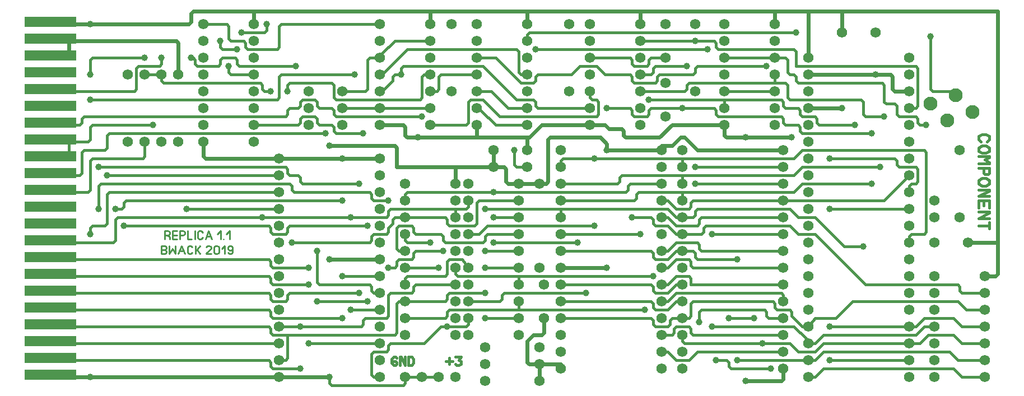
<source format=gbr>
%FSLAX34Y34*%
%MOMM*%
%LNCOPPER_TOP*%
G71*
G01*
%ADD10C,1.560*%
%ADD11C,2.100*%
%ADD12C,1.000*%
%ADD13C,0.630*%
%ADD14C,0.400*%
%ADD15R,7.800X1.600*%
%ADD16C,0.222*%
%LPD*%
X279400Y939800D02*
G54D10*
D03*
X279400Y965200D02*
G54D10*
D03*
X279400Y914400D02*
G54D10*
D03*
X279400Y889000D02*
G54D10*
D03*
X279400Y863600D02*
G54D10*
D03*
X279400Y838200D02*
G54D10*
D03*
X279400Y812800D02*
G54D10*
D03*
X279400Y787400D02*
G54D10*
D03*
X355600Y939800D02*
G54D10*
D03*
X355600Y965200D02*
G54D10*
D03*
X355600Y914400D02*
G54D10*
D03*
X355600Y889000D02*
G54D10*
D03*
X355600Y863600D02*
G54D10*
D03*
X355600Y838200D02*
G54D10*
D03*
X355600Y812800D02*
G54D10*
D03*
X355600Y787400D02*
G54D10*
D03*
X546100Y939800D02*
G54D10*
D03*
X546100Y965200D02*
G54D10*
D03*
X546100Y914400D02*
G54D10*
D03*
X546100Y889000D02*
G54D10*
D03*
X546100Y863600D02*
G54D10*
D03*
X546100Y838200D02*
G54D10*
D03*
X546100Y812800D02*
G54D10*
D03*
X622300Y939800D02*
G54D10*
D03*
X622300Y965200D02*
G54D10*
D03*
X622300Y914400D02*
G54D10*
D03*
X622300Y889000D02*
G54D10*
D03*
X622300Y863600D02*
G54D10*
D03*
X622300Y838200D02*
G54D10*
D03*
X622300Y812800D02*
G54D10*
D03*
X863600Y939800D02*
G54D10*
D03*
X863600Y965200D02*
G54D10*
D03*
X863600Y914400D02*
G54D10*
D03*
X863600Y889000D02*
G54D10*
D03*
X863600Y863600D02*
G54D10*
D03*
X863600Y838200D02*
G54D10*
D03*
X863600Y812800D02*
G54D10*
D03*
X939800Y939800D02*
G54D10*
D03*
X939800Y965200D02*
G54D10*
D03*
X939800Y914400D02*
G54D10*
D03*
X939800Y889000D02*
G54D10*
D03*
X939800Y863600D02*
G54D10*
D03*
X939800Y838200D02*
G54D10*
D03*
X939800Y812800D02*
G54D10*
D03*
X692150Y939800D02*
G54D10*
D03*
X692150Y965200D02*
G54D10*
D03*
X692150Y914400D02*
G54D10*
D03*
X692150Y889000D02*
G54D10*
D03*
X692150Y863600D02*
G54D10*
D03*
X692150Y838200D02*
G54D10*
D03*
X692150Y812800D02*
G54D10*
D03*
X768350Y939800D02*
G54D10*
D03*
X768350Y965200D02*
G54D10*
D03*
X768350Y914400D02*
G54D10*
D03*
X768350Y889000D02*
G54D10*
D03*
X768350Y863600D02*
G54D10*
D03*
X768350Y838200D02*
G54D10*
D03*
X768350Y812800D02*
G54D10*
D03*
X393700Y762000D02*
G54D10*
D03*
X393700Y736600D02*
G54D10*
D03*
X393700Y711200D02*
G54D10*
D03*
X393700Y685800D02*
G54D10*
D03*
X393700Y660400D02*
G54D10*
D03*
X393700Y635000D02*
G54D10*
D03*
X393700Y609600D02*
G54D10*
D03*
X393700Y584200D02*
G54D10*
D03*
X393700Y558800D02*
G54D10*
D03*
X393700Y533400D02*
G54D10*
D03*
X393700Y508000D02*
G54D10*
D03*
X393700Y482600D02*
G54D10*
D03*
X393700Y457200D02*
G54D10*
D03*
X393700Y431800D02*
G54D10*
D03*
X546100Y762000D02*
G54D10*
D03*
X546100Y736600D02*
G54D10*
D03*
X546100Y711200D02*
G54D10*
D03*
X546100Y685800D02*
G54D10*
D03*
X546100Y660400D02*
G54D10*
D03*
X546100Y635000D02*
G54D10*
D03*
X546100Y609600D02*
G54D10*
D03*
X546100Y584200D02*
G54D10*
D03*
X546100Y558800D02*
G54D10*
D03*
X546100Y533400D02*
G54D10*
D03*
X546100Y508000D02*
G54D10*
D03*
X546100Y482600D02*
G54D10*
D03*
X546100Y457200D02*
G54D10*
D03*
X546100Y431800D02*
G54D10*
D03*
X584200Y723900D02*
G54D10*
D03*
X584200Y698500D02*
G54D10*
D03*
X584200Y673100D02*
G54D10*
D03*
X584200Y647700D02*
G54D10*
D03*
X584200Y622300D02*
G54D10*
D03*
X584200Y596900D02*
G54D10*
D03*
X584200Y571500D02*
G54D10*
D03*
X584200Y546100D02*
G54D10*
D03*
X584200Y520700D02*
G54D10*
D03*
X584200Y495300D02*
G54D10*
D03*
X660400Y723900D02*
G54D10*
D03*
X660400Y698500D02*
G54D10*
D03*
X660400Y673100D02*
G54D10*
D03*
X660400Y647700D02*
G54D10*
D03*
X660400Y622300D02*
G54D10*
D03*
X660400Y596900D02*
G54D10*
D03*
X660400Y571500D02*
G54D10*
D03*
X660400Y546100D02*
G54D10*
D03*
X660400Y520700D02*
G54D10*
D03*
X660400Y495300D02*
G54D10*
D03*
X679450Y723900D02*
G54D10*
D03*
X679450Y698500D02*
G54D10*
D03*
X679450Y673100D02*
G54D10*
D03*
X679450Y647700D02*
G54D10*
D03*
X679450Y622300D02*
G54D10*
D03*
X679450Y596900D02*
G54D10*
D03*
X679450Y571500D02*
G54D10*
D03*
X679450Y546100D02*
G54D10*
D03*
X679450Y520700D02*
G54D10*
D03*
X679450Y495300D02*
G54D10*
D03*
X755650Y723900D02*
G54D10*
D03*
X755650Y698500D02*
G54D10*
D03*
X755650Y673100D02*
G54D10*
D03*
X755650Y647700D02*
G54D10*
D03*
X755650Y622300D02*
G54D10*
D03*
X755650Y596900D02*
G54D10*
D03*
X755650Y571500D02*
G54D10*
D03*
X755650Y546100D02*
G54D10*
D03*
X755650Y520700D02*
G54D10*
D03*
X755650Y495300D02*
G54D10*
D03*
X819150Y774700D02*
G54D10*
D03*
X819150Y749300D02*
G54D10*
D03*
X819150Y723900D02*
G54D10*
D03*
X819150Y698500D02*
G54D10*
D03*
X819150Y673100D02*
G54D10*
D03*
X819150Y647700D02*
G54D10*
D03*
X819150Y622300D02*
G54D10*
D03*
X819150Y596900D02*
G54D10*
D03*
X819150Y571500D02*
G54D10*
D03*
X819150Y546100D02*
G54D10*
D03*
X819150Y520700D02*
G54D10*
D03*
X819150Y495300D02*
G54D10*
D03*
X819150Y469900D02*
G54D10*
D03*
X819150Y444500D02*
G54D10*
D03*
X971550Y774700D02*
G54D10*
D03*
X971550Y749300D02*
G54D10*
D03*
X971550Y723900D02*
G54D10*
D03*
X971550Y698500D02*
G54D10*
D03*
X971550Y673100D02*
G54D10*
D03*
X971550Y647700D02*
G54D10*
D03*
X971550Y622300D02*
G54D10*
D03*
X971550Y596900D02*
G54D10*
D03*
X971550Y571500D02*
G54D10*
D03*
X971550Y546100D02*
G54D10*
D03*
X971550Y520700D02*
G54D10*
D03*
X971550Y495300D02*
G54D10*
D03*
X971550Y469900D02*
G54D10*
D03*
X971550Y444500D02*
G54D10*
D03*
X1003300Y774700D02*
G54D10*
D03*
X1003300Y749300D02*
G54D10*
D03*
X1003300Y723900D02*
G54D10*
D03*
X1003300Y698500D02*
G54D10*
D03*
X1003300Y673100D02*
G54D10*
D03*
X1003300Y647700D02*
G54D10*
D03*
X1003300Y622300D02*
G54D10*
D03*
X1003300Y596900D02*
G54D10*
D03*
X1003300Y571500D02*
G54D10*
D03*
X1003300Y546100D02*
G54D10*
D03*
X1003300Y520700D02*
G54D10*
D03*
X1003300Y495300D02*
G54D10*
D03*
X1003300Y469900D02*
G54D10*
D03*
X1003300Y444500D02*
G54D10*
D03*
X1155700Y774700D02*
G54D10*
D03*
X1155700Y749300D02*
G54D10*
D03*
X1155700Y723900D02*
G54D10*
D03*
X1155700Y698500D02*
G54D10*
D03*
X1155700Y673100D02*
G54D10*
D03*
X1155700Y647700D02*
G54D10*
D03*
X1155700Y622300D02*
G54D10*
D03*
X1155700Y596900D02*
G54D10*
D03*
X1155700Y571500D02*
G54D10*
D03*
X1155700Y546100D02*
G54D10*
D03*
X1155700Y520700D02*
G54D10*
D03*
X1155700Y495300D02*
G54D10*
D03*
X1155700Y469900D02*
G54D10*
D03*
X1155700Y444500D02*
G54D10*
D03*
X1066800Y939800D02*
G54D10*
D03*
X1066800Y965200D02*
G54D10*
D03*
X1066800Y914400D02*
G54D10*
D03*
X1066800Y889000D02*
G54D10*
D03*
X1066800Y863600D02*
G54D10*
D03*
X1066800Y838200D02*
G54D10*
D03*
X1066800Y812800D02*
G54D10*
D03*
X1143000Y939800D02*
G54D10*
D03*
X1143000Y965200D02*
G54D10*
D03*
X1143000Y914400D02*
G54D10*
D03*
X1143000Y889000D02*
G54D10*
D03*
X1143000Y863600D02*
G54D10*
D03*
X1143000Y838200D02*
G54D10*
D03*
X1143000Y812800D02*
G54D10*
D03*
X1193800Y914400D02*
G54D10*
D03*
X1193800Y889000D02*
G54D10*
D03*
X1193800Y863600D02*
G54D10*
D03*
X1193800Y838200D02*
G54D10*
D03*
X1193800Y812800D02*
G54D10*
D03*
X1193800Y787400D02*
G54D10*
D03*
X1193800Y762000D02*
G54D10*
D03*
X1193800Y736600D02*
G54D10*
D03*
X1193800Y711200D02*
G54D10*
D03*
X1193800Y685800D02*
G54D10*
D03*
X1193800Y660400D02*
G54D10*
D03*
X1193800Y635000D02*
G54D10*
D03*
X1193800Y609600D02*
G54D10*
D03*
X1193800Y584200D02*
G54D10*
D03*
X1346200Y914400D02*
G54D10*
D03*
X1346200Y889000D02*
G54D10*
D03*
X1346200Y863600D02*
G54D10*
D03*
X1346200Y838200D02*
G54D10*
D03*
X1346200Y812800D02*
G54D10*
D03*
X1346200Y787400D02*
G54D10*
D03*
X1346200Y762000D02*
G54D10*
D03*
X1346200Y736600D02*
G54D10*
D03*
X1346200Y711200D02*
G54D10*
D03*
X1346200Y685800D02*
G54D10*
D03*
X1346200Y660400D02*
G54D10*
D03*
X1346200Y635000D02*
G54D10*
D03*
X1346200Y609600D02*
G54D10*
D03*
X1346200Y584200D02*
G54D10*
D03*
X1193800Y558800D02*
G54D10*
D03*
X1193800Y533400D02*
G54D10*
D03*
X1193800Y508000D02*
G54D10*
D03*
X1193800Y482600D02*
G54D10*
D03*
X1193800Y457200D02*
G54D10*
D03*
X1193800Y431800D02*
G54D10*
D03*
X1346200Y558800D02*
G54D10*
D03*
X1346200Y533400D02*
G54D10*
D03*
X1346200Y508000D02*
G54D10*
D03*
X1346200Y482600D02*
G54D10*
D03*
X1346200Y457200D02*
G54D10*
D03*
X1346200Y431800D02*
G54D10*
D03*
X1384300Y584200D02*
G54D10*
D03*
X1384300Y558800D02*
G54D10*
D03*
X1384300Y533400D02*
G54D10*
D03*
X1384300Y508000D02*
G54D10*
D03*
X1384300Y482600D02*
G54D10*
D03*
X1384300Y457200D02*
G54D10*
D03*
X1384300Y431800D02*
G54D10*
D03*
X1460500Y584200D02*
G54D10*
D03*
X1460500Y558800D02*
G54D10*
D03*
X1460500Y533400D02*
G54D10*
D03*
X1460500Y508000D02*
G54D10*
D03*
X1460500Y482600D02*
G54D10*
D03*
X1460500Y457200D02*
G54D10*
D03*
X1460500Y431800D02*
G54D10*
D03*
X165100Y889000D02*
G54D10*
D03*
X190500Y889000D02*
G54D10*
D03*
X215900Y889000D02*
G54D10*
D03*
X241300Y889000D02*
G54D10*
D03*
X165100Y787400D02*
G54D10*
D03*
X190500Y787400D02*
G54D10*
D03*
X215900Y787400D02*
G54D10*
D03*
X241300Y787400D02*
G54D10*
D03*
X438150Y863600D02*
G54D10*
D03*
X438150Y838200D02*
G54D10*
D03*
X438150Y812800D02*
G54D10*
D03*
X488950Y812800D02*
G54D10*
D03*
X488950Y838200D02*
G54D10*
D03*
X488950Y863600D02*
G54D10*
D03*
X654050Y965200D02*
G54D10*
D03*
X654050Y863600D02*
G54D10*
D03*
X831850Y965200D02*
G54D10*
D03*
X831850Y863600D02*
G54D10*
D03*
X977900Y965200D02*
G54D10*
D03*
X1022350Y965200D02*
G54D10*
D03*
X977900Y914400D02*
G54D10*
D03*
X977900Y876300D02*
G54D10*
D03*
X1022350Y863600D02*
G54D10*
D03*
X977900Y825500D02*
G54D10*
D03*
X717550Y774700D02*
G54D10*
D03*
X717550Y749300D02*
G54D10*
D03*
X768350Y774700D02*
G54D10*
D03*
X768350Y749300D02*
G54D10*
D03*
X787400Y723900D02*
G54D10*
D03*
X787400Y596900D02*
G54D10*
D03*
X793750Y571500D02*
G54D10*
D03*
X1244600Y952500D02*
G54D10*
D03*
X1295400Y952500D02*
G54D10*
D03*
X1422400Y774700D02*
G54D10*
D03*
X1384300Y698500D02*
G54D10*
D03*
X1384300Y673100D02*
G54D10*
D03*
X1422400Y673100D02*
G54D10*
D03*
X1435100Y635000D02*
G54D10*
D03*
X1384300Y635000D02*
G54D10*
D03*
X793750Y520700D02*
G54D10*
D03*
X787400Y476250D02*
G54D10*
D03*
X787400Y450850D02*
G54D10*
D03*
X787400Y425450D02*
G54D10*
D03*
X704850Y425450D02*
G54D10*
D03*
X704850Y450850D02*
G54D10*
D03*
X704850Y476250D02*
G54D10*
D03*
X660400Y431800D02*
G54D10*
D03*
X635000Y431800D02*
G54D10*
D03*
X609600Y431800D02*
G54D10*
D03*
X584200Y431800D02*
G54D10*
D03*
X1416050Y857250D02*
G54D11*
D03*
X1377950Y844550D02*
G54D11*
D03*
X1441450Y831850D02*
G54D11*
D03*
X1403350Y819150D02*
G54D11*
D03*
X190500Y914400D02*
G54D12*
D03*
X215900Y914400D02*
G54D12*
D03*
X260350Y914400D02*
G54D12*
D03*
X107950Y889000D02*
G54D12*
D03*
X107950Y965200D02*
G54D12*
D03*
X304800Y939800D02*
G54D12*
D03*
X317500Y901700D02*
G54D12*
D03*
X107950Y850900D02*
G54D12*
D03*
X203200Y812800D02*
G54D12*
D03*
X120650Y749300D02*
G54D12*
D03*
X133350Y736600D02*
G54D12*
D03*
X120650Y685800D02*
G54D12*
D03*
X146050Y685800D02*
G54D12*
D03*
X254000Y685800D02*
G54D12*
D03*
X107950Y647700D02*
G54D12*
D03*
X158750Y660400D02*
G54D12*
D03*
X368300Y673100D02*
G54D12*
D03*
X488950Y698500D02*
G54D12*
D03*
X514350Y723900D02*
G54D12*
D03*
X488950Y762000D02*
G54D12*
D03*
X469900Y781050D02*
G54D12*
D03*
X463550Y800100D02*
G54D12*
D03*
X520700Y800100D02*
G54D12*
D03*
X558800Y698500D02*
G54D12*
D03*
X527050Y660400D02*
G54D12*
D03*
X501650Y673100D02*
G54D12*
D03*
X469900Y609600D02*
G54D12*
D03*
X450850Y622300D02*
G54D12*
D03*
X412750Y635000D02*
G54D12*
D03*
X438150Y596900D02*
G54D12*
D03*
X438150Y571500D02*
G54D12*
D03*
X488950Y584200D02*
G54D12*
D03*
X514350Y558800D02*
G54D12*
D03*
X527050Y546100D02*
G54D12*
D03*
X450850Y546100D02*
G54D12*
D03*
X501650Y533400D02*
G54D12*
D03*
X488950Y520700D02*
G54D12*
D03*
X425450Y508000D02*
G54D12*
D03*
X438150Y482600D02*
G54D12*
D03*
X425450Y444500D02*
G54D12*
D03*
X469900Y431800D02*
G54D12*
D03*
X647700Y508000D02*
G54D12*
D03*
X558800Y596900D02*
G54D12*
D03*
X635000Y596900D02*
G54D12*
D03*
X641350Y622300D02*
G54D12*
D03*
X622300Y635000D02*
G54D12*
D03*
X704850Y520700D02*
G54D12*
D03*
X704850Y558800D02*
G54D12*
D03*
X704850Y596900D02*
G54D12*
D03*
X704850Y622300D02*
G54D12*
D03*
X717550Y635000D02*
G54D12*
D03*
X717550Y673100D02*
G54D12*
D03*
X704850Y685800D02*
G54D12*
D03*
X717550Y711200D02*
G54D12*
D03*
X749300Y774700D02*
G54D12*
D03*
X869950Y762000D02*
G54D12*
D03*
X889000Y774700D02*
G54D12*
D03*
X939800Y647700D02*
G54D12*
D03*
X927100Y673100D02*
G54D12*
D03*
X869950Y660400D02*
G54D12*
D03*
X844550Y635000D02*
G54D12*
D03*
X889000Y596900D02*
G54D12*
D03*
X857250Y558800D02*
G54D12*
D03*
X603250Y793750D02*
G54D12*
D03*
X609600Y825500D02*
G54D12*
D03*
X107950Y431800D02*
G54D12*
D03*
X330200Y927100D02*
G54D12*
D03*
X336550Y952500D02*
G54D12*
D03*
X374650Y965200D02*
G54D12*
D03*
X381000Y863600D02*
G54D12*
D03*
X406400Y863600D02*
G54D12*
D03*
X419100Y901700D02*
G54D12*
D03*
X508000Y889000D02*
G54D12*
D03*
X577850Y889000D02*
G54D12*
D03*
X781050Y927100D02*
G54D12*
D03*
X889000Y838200D02*
G54D12*
D03*
X1022350Y939800D02*
G54D12*
D03*
X1041400Y927100D02*
G54D12*
D03*
X1009650Y901700D02*
G54D12*
D03*
X952500Y850900D02*
G54D12*
D03*
X1003300Y838200D02*
G54D12*
D03*
X1098550Y793750D02*
G54D12*
D03*
X1130300Y901700D02*
G54D12*
D03*
X1174750Y952500D02*
G54D12*
D03*
X1377950Y946150D02*
G54D12*
D03*
X1295400Y889000D02*
G54D12*
D03*
X1244600Y838200D02*
G54D12*
D03*
X1263650Y812800D02*
G54D12*
D03*
X1308100Y825500D02*
G54D12*
D03*
X1289050Y800100D02*
G54D12*
D03*
X1168400Y793750D02*
G54D12*
D03*
X1371600Y812800D02*
G54D12*
D03*
X1301750Y749300D02*
G54D12*
D03*
X1289050Y723900D02*
G54D12*
D03*
X1225550Y762000D02*
G54D12*
D03*
X1225550Y685800D02*
G54D12*
D03*
X1276350Y628650D02*
G54D12*
D03*
X1047750Y647700D02*
G54D12*
D03*
X1085850Y609600D02*
G54D12*
D03*
X1022350Y723900D02*
G54D12*
D03*
X1022350Y749300D02*
G54D12*
D03*
X958850Y584200D02*
G54D12*
D03*
X946150Y533400D02*
G54D12*
D03*
X1028700Y514350D02*
G54D12*
D03*
X1047750Y508000D02*
G54D12*
D03*
X1073150Y520700D02*
G54D12*
D03*
X1111250Y520700D02*
G54D12*
D03*
X1225550Y508000D02*
G54D12*
D03*
X1054100Y457200D02*
G54D12*
D03*
X1085850Y457200D02*
G54D12*
D03*
X1098550Y425450D02*
G54D12*
D03*
X1136650Y444500D02*
G54D12*
D03*
X1123950Y482600D02*
G54D12*
D03*
X1225550Y457200D02*
G54D12*
D03*
G54D13*
X76200Y965200D02*
X257175Y965200D01*
X260350Y968375D01*
X260350Y981075D01*
X263525Y984250D01*
X355600Y984250D01*
X355600Y965200D01*
G54D13*
X355600Y984250D02*
X622300Y984250D01*
X622300Y965200D01*
G54D13*
X622300Y984250D02*
X768350Y984250D01*
X768350Y965200D01*
G54D13*
X768350Y984250D02*
X939800Y984250D01*
X939800Y965200D01*
G54D13*
X939800Y984250D02*
X1143000Y984250D01*
X1143000Y965200D01*
G54D13*
X1143000Y984250D02*
X1193800Y984250D01*
X1193800Y914400D01*
G54D13*
X1193800Y984250D02*
X1244600Y984250D01*
X1244600Y952500D01*
G54D13*
X1244600Y984250D02*
X1479550Y984250D01*
X1479550Y635000D01*
X1435100Y635000D01*
G54D13*
X1479550Y635000D02*
X1479550Y587375D01*
X1476375Y584200D01*
X1460500Y584200D01*
G54D13*
X76200Y939800D02*
X238125Y939800D01*
X241300Y936625D01*
X241300Y889000D01*
G54D13*
X469900Y781050D02*
X568325Y781050D01*
X571500Y777875D01*
X571500Y749300D01*
X660400Y749300D01*
X660400Y723900D01*
G54D13*
X660400Y749300D02*
X733425Y749300D01*
X736600Y746125D01*
X736600Y727075D01*
X739775Y723900D01*
X796925Y723900D01*
X800100Y727075D01*
X800100Y790575D01*
X803275Y793750D01*
X879475Y793750D01*
X889000Y784225D01*
X889000Y774700D01*
G54D13*
X889000Y774700D02*
X971550Y774700D01*
X971550Y781050D01*
X987425Y781050D01*
X1000125Y793750D01*
X1006475Y793750D01*
X1025525Y774700D01*
X1155700Y774700D01*
G54D13*
X1168400Y793750D02*
X1069975Y793750D01*
X1066800Y796925D01*
X1066800Y812800D01*
X987425Y812800D01*
X968375Y793750D01*
X917575Y793750D01*
X914400Y796925D01*
X914400Y803275D01*
X911225Y806450D01*
X892175Y806450D01*
X885825Y812800D01*
X790575Y812800D01*
X771525Y793750D01*
X768350Y793750D01*
X768350Y774700D01*
G54D13*
X768350Y793750D02*
X692150Y793750D01*
X692150Y812800D01*
G54D13*
X692150Y793750D02*
X587375Y793750D01*
X584200Y796925D01*
X584200Y809625D01*
X581025Y812800D01*
X546100Y812800D01*
G54D13*
X546100Y762000D02*
X282575Y762000D01*
X279400Y765175D01*
X279400Y787400D01*
G54D13*
X819150Y596900D02*
X889000Y596900D01*
G54D13*
X1346200Y863600D02*
X1323975Y863600D01*
X1320800Y866775D01*
X1320800Y885825D01*
X1317625Y889000D01*
X1193800Y889000D01*
G54D13*
X717550Y749300D02*
X717550Y774700D01*
G54D14*
X107950Y889000D02*
X107950Y911225D01*
X111125Y914400D01*
X190500Y914400D01*
G54D14*
X215900Y914400D02*
X215900Y904875D01*
X212725Y901700D01*
X180975Y901700D01*
X177800Y898525D01*
X177800Y866775D01*
X174625Y863600D01*
X76200Y863600D01*
G54D14*
X190500Y889000D02*
X215900Y889000D01*
X215900Y879475D01*
X219075Y876300D01*
X365125Y876300D01*
X368300Y873125D01*
X368300Y866775D01*
X371475Y863600D01*
X381000Y863600D01*
G54D14*
X419100Y901700D02*
X333375Y901700D01*
X330200Y904875D01*
X330200Y911225D01*
X327025Y914400D01*
X307975Y914400D01*
X304800Y911225D01*
X304800Y904875D01*
X301625Y901700D01*
X269875Y901700D01*
X266700Y904875D01*
X266700Y911225D01*
X263525Y914400D01*
X260350Y914400D01*
G54D14*
X330200Y927100D02*
X307975Y927100D01*
X304800Y930275D01*
X304800Y939800D01*
G54D14*
X336550Y952500D02*
X371475Y952500D01*
X374650Y955675D01*
X374650Y965200D01*
G54D14*
X203200Y812800D02*
X111125Y812800D01*
X107950Y809625D01*
X107950Y790575D01*
X104775Y787400D01*
X76200Y787400D01*
G54D14*
X76200Y768350D02*
X76200Y787400D01*
G54D14*
X76200Y711200D02*
X104775Y711200D01*
X107950Y714375D01*
X107950Y758825D01*
X111125Y762000D01*
X187325Y762000D01*
X190500Y765175D01*
X190500Y787400D01*
G54D14*
X393700Y736600D02*
X133350Y736600D01*
G54D14*
X393700Y685800D02*
X254000Y685800D01*
G54D14*
X107950Y850900D02*
X390525Y850900D01*
X393700Y854075D01*
X393700Y885825D01*
X396875Y889000D01*
X508000Y889000D01*
G54D14*
X355600Y889000D02*
X320675Y889000D01*
X317500Y892175D01*
X317500Y901700D01*
G54D14*
X76200Y812800D02*
X92075Y812800D01*
X95250Y815975D01*
X95250Y822325D01*
X98425Y825500D01*
X403225Y825500D01*
X406400Y828675D01*
X406400Y835025D01*
X409575Y838200D01*
X422275Y838200D01*
X425450Y841375D01*
X425450Y847725D01*
X428625Y850900D01*
X447675Y850900D01*
X450850Y847725D01*
X450850Y841375D01*
X454025Y838200D01*
X473075Y838200D01*
X476250Y835025D01*
X476250Y828675D01*
X479425Y825500D01*
X609600Y825500D01*
G54D14*
X76200Y736600D02*
X92075Y736600D01*
X95250Y739775D01*
X95250Y771525D01*
X98425Y774700D01*
X130175Y774700D01*
X133350Y777875D01*
X133350Y796925D01*
X136525Y800100D01*
X463550Y800100D01*
G54D14*
X355600Y812800D02*
X422275Y812800D01*
X425450Y815975D01*
X425450Y822325D01*
X428625Y825500D01*
X447675Y825500D01*
X450850Y822325D01*
X450850Y815975D01*
X454025Y812800D01*
X473075Y812800D01*
X476250Y809625D01*
X476250Y803275D01*
X479425Y800100D01*
X520700Y800100D01*
G54D14*
X514350Y723900D02*
X428625Y723900D01*
X425450Y727075D01*
X425450Y733425D01*
X422275Y736600D01*
X409575Y736600D01*
X406400Y739775D01*
X406400Y746125D01*
X403225Y749300D01*
X120650Y749300D01*
G54D14*
X120650Y685800D02*
X120650Y720725D01*
X123825Y723900D01*
X409575Y723900D01*
X412750Y720725D01*
X412750Y714375D01*
X415925Y711200D01*
X530225Y711200D01*
X533400Y708025D01*
X533400Y701675D01*
X536575Y698500D01*
X558800Y698500D01*
G54D14*
X393700Y711200D02*
X136525Y711200D01*
X133350Y708025D01*
X133350Y663575D01*
X130175Y660400D01*
X111125Y660400D01*
X107950Y657225D01*
X107950Y647700D01*
G54D14*
X146050Y685800D02*
X155575Y685800D01*
X158750Y688975D01*
X158750Y695325D01*
X161925Y698500D01*
X488950Y698500D01*
G54D14*
X76200Y635000D02*
X142875Y635000D01*
X146050Y638175D01*
X146050Y669925D01*
X149225Y673100D01*
X555625Y673100D01*
X558800Y676275D01*
X558800Y682625D01*
X561975Y685800D01*
X676275Y685800D01*
X679450Y688975D01*
X679450Y698500D01*
G54D14*
X527050Y660400D02*
X409575Y660400D01*
X406400Y657225D01*
X406400Y650875D01*
X403225Y647700D01*
X384175Y647700D01*
X381000Y650875D01*
X381000Y657225D01*
X377825Y660400D01*
X158750Y660400D01*
G54D14*
X412750Y635000D02*
X530225Y635000D01*
X533400Y638175D01*
X533400Y644525D01*
X536575Y647700D01*
X555625Y647700D01*
X558800Y650875D01*
X558800Y657225D01*
X565150Y663575D01*
X565150Y669925D01*
X568325Y673100D01*
X644525Y673100D01*
X647700Y669925D01*
X647700Y663575D01*
X650875Y660400D01*
X688975Y660400D01*
X692150Y663575D01*
X692150Y695325D01*
X695325Y698500D01*
X755650Y698500D01*
G54D14*
X279400Y965200D02*
X314325Y965200D01*
X317500Y962025D01*
X317500Y942975D01*
X320675Y939800D01*
X339725Y939800D01*
X342900Y936625D01*
X342900Y930275D01*
X346075Y927100D01*
X390525Y927100D01*
X393700Y930275D01*
X393700Y962025D01*
X396875Y965200D01*
X546100Y965200D01*
G54D14*
X622300Y939800D02*
X568325Y939800D01*
X549275Y920750D01*
X546100Y914400D01*
X530225Y914400D01*
X527050Y911225D01*
X527050Y866775D01*
X523875Y863600D01*
X488950Y863600D01*
G54D14*
X406400Y863600D02*
X406400Y873125D01*
X409575Y876300D01*
X473075Y876300D01*
X476250Y873125D01*
X476250Y854075D01*
X479425Y850900D01*
X606425Y850900D01*
X609600Y854075D01*
X609600Y885825D01*
X612775Y889000D01*
X622300Y889000D01*
G54D14*
X692150Y889000D02*
X638175Y889000D01*
X635000Y885825D01*
X635000Y866775D01*
X631825Y863600D01*
X622300Y863600D01*
G54D14*
X622300Y838200D02*
X488950Y838200D01*
G54D14*
X622300Y812800D02*
X676275Y812800D01*
X679450Y815975D01*
X679450Y847725D01*
X682625Y850900D01*
X701675Y850900D01*
X727075Y825500D01*
X873125Y825500D01*
X876300Y828675D01*
X876300Y847725D01*
X873125Y850900D01*
X866775Y850900D01*
X863600Y854075D01*
X863600Y863600D01*
G54D14*
X863600Y838200D02*
X784225Y838200D01*
X781050Y841375D01*
X781050Y847725D01*
X777875Y850900D01*
X752475Y850900D01*
X701675Y901700D01*
X581025Y901700D01*
X577850Y898525D01*
X577850Y889000D01*
X568325Y889000D01*
X565150Y885825D01*
X565150Y879475D01*
X549275Y863600D01*
X546100Y863600D01*
G54D14*
X546100Y889000D02*
X552450Y892175D01*
X587375Y927100D01*
X752475Y927100D01*
X755650Y923925D01*
X755650Y892175D01*
X758825Y889000D01*
X768350Y889000D01*
G54D14*
X977900Y914400D02*
X955675Y914400D01*
X952500Y911225D01*
X952500Y904875D01*
X949325Y901700D01*
X930275Y901700D01*
X927100Y904875D01*
X927100Y911225D01*
X923925Y914400D01*
X863600Y914400D01*
G54D14*
X768350Y749300D02*
X752475Y749300D01*
X749300Y752475D01*
X749300Y774700D01*
G54D14*
X768350Y812800D02*
X720725Y812800D01*
X698500Y835025D01*
X692150Y838200D01*
G54D14*
X768350Y838200D02*
X739775Y838200D01*
X714375Y863600D01*
X692150Y863600D01*
G54D14*
X584200Y698500D02*
X584200Y708025D01*
X587375Y711200D01*
X917575Y711200D01*
X920750Y714375D01*
X920750Y720725D01*
X923925Y723900D01*
X971550Y723900D01*
G54D14*
X825500Y723900D02*
X904875Y723900D01*
X908050Y727075D01*
X908050Y733425D01*
X911225Y736600D01*
X1003300Y736600D01*
X1003300Y723900D01*
G54D14*
X1003300Y736600D02*
X1171575Y736600D01*
X1184275Y749300D01*
X1301750Y749300D01*
G54D14*
X1225550Y762000D02*
X1323975Y762000D01*
X1327150Y758825D01*
X1327150Y752475D01*
X1330325Y749300D01*
X1355725Y749300D01*
X1358900Y746125D01*
X1358900Y727075D01*
X1355725Y723900D01*
X1349375Y723900D01*
X1346200Y720725D01*
X1346200Y711200D01*
G54D14*
X1346200Y736600D02*
X1308100Y698500D01*
X1019175Y698500D01*
X1016000Y695325D01*
X1016000Y688975D01*
X1012825Y685800D01*
X993775Y685800D01*
X981075Y698500D01*
X971550Y698500D01*
G54D14*
X1289050Y723900D02*
X1184275Y723900D01*
X1171575Y711200D01*
X936625Y711200D01*
X933450Y708025D01*
X933450Y701675D01*
X930275Y698500D01*
X819150Y698500D01*
G54D14*
X1003300Y711200D02*
X1003300Y698500D01*
G54D14*
X1003300Y762000D02*
X1003300Y749300D01*
G54D14*
X819150Y749300D02*
X819150Y758825D01*
X822325Y762000D01*
X1171575Y762000D01*
X1184275Y774700D01*
X1368425Y774700D01*
X1371600Y771525D01*
X1371600Y650875D01*
X1368425Y647700D01*
X1349375Y647700D01*
X1346200Y644525D01*
X1346200Y635000D01*
G54D14*
X1346200Y685800D02*
X1225550Y685800D01*
G54D14*
X1276350Y628650D02*
X1247775Y628650D01*
X1203325Y673100D01*
X1177925Y673100D01*
X1165225Y685800D01*
X1025525Y685800D01*
X1022350Y682625D01*
X1022350Y676275D01*
X1019175Y673100D01*
X1003300Y673100D01*
X993775Y673100D01*
X981075Y685800D01*
X819150Y685800D01*
X819150Y673100D01*
G54D14*
X819150Y685800D02*
X704850Y685800D01*
G54D14*
X755650Y673100D02*
X717550Y673100D01*
G54D14*
X869950Y660400D02*
X708025Y660400D01*
X695325Y647700D01*
X679450Y647700D01*
G54D14*
X755650Y647700D02*
X708025Y647700D01*
X704850Y644525D01*
X704850Y638175D01*
X701675Y635000D01*
X644525Y635000D01*
X641350Y638175D01*
X641350Y644525D01*
X638175Y647700D01*
X600075Y647700D01*
X596900Y650875D01*
X596900Y657225D01*
X593725Y660400D01*
X574675Y660400D01*
X571500Y657225D01*
X571500Y625475D01*
X574675Y622300D01*
X584200Y622300D01*
G54D14*
X622300Y635000D02*
X587375Y635000D01*
X584200Y638175D01*
X584200Y647700D01*
G54D14*
X641350Y622300D02*
X600075Y622300D01*
X596900Y619125D01*
X596900Y612775D01*
X593725Y609600D01*
X574675Y609600D01*
X571500Y606425D01*
X571500Y600075D01*
X568325Y596900D01*
X558800Y596900D01*
G54D14*
X635000Y596900D02*
X584200Y596900D01*
G54D14*
X755650Y622300D02*
X704850Y622300D01*
G54D14*
X717550Y635000D02*
X844550Y635000D01*
G54D14*
X819150Y647700D02*
X939800Y647700D01*
G54D14*
X755650Y596900D02*
X704850Y596900D01*
G54D14*
X679450Y596900D02*
X669925Y609600D01*
X650875Y609600D01*
X647700Y606425D01*
X647700Y587375D01*
X644525Y584200D01*
X587375Y584200D01*
X584200Y581025D01*
X584200Y571500D01*
G54D14*
X546100Y584200D02*
X488950Y584200D01*
G54D14*
X438150Y596900D02*
X384175Y596900D01*
X381000Y600075D01*
X381000Y606425D01*
X377825Y609600D01*
X76200Y609600D01*
G54D14*
X76200Y584200D02*
X377825Y584200D01*
X381000Y581025D01*
X381000Y574675D01*
X384175Y571500D01*
X438150Y571500D01*
G54D14*
X450850Y622300D02*
X450850Y574675D01*
X454025Y571500D01*
X530225Y571500D01*
X533400Y568325D01*
X533400Y561975D01*
X536575Y558800D01*
X546100Y558800D01*
G54D13*
X546100Y609600D02*
X469900Y609600D01*
G54D14*
X514350Y558800D02*
X409575Y558800D01*
X406400Y555625D01*
X406400Y549275D01*
X403225Y546100D01*
X384175Y546100D01*
X381000Y549275D01*
X381000Y555625D01*
X377825Y558800D01*
X76200Y558800D01*
G54D14*
X76200Y533400D02*
X377825Y533400D01*
X381000Y530225D01*
X381000Y523875D01*
X384175Y520700D01*
X488950Y520700D01*
G54D14*
X546100Y533400D02*
X501650Y533400D01*
G54D14*
X527050Y546100D02*
X450850Y546100D01*
G54D14*
X393700Y508000D02*
X517525Y508000D01*
X520700Y511175D01*
X520700Y517525D01*
X523875Y520700D01*
X555625Y520700D01*
X558800Y523875D01*
X558800Y555625D01*
X561975Y558800D01*
X593725Y558800D01*
X596900Y561975D01*
X596900Y568325D01*
X600075Y571500D01*
X660400Y571500D01*
G54D14*
X660400Y596900D02*
X660400Y587375D01*
X663575Y584200D01*
X958850Y584200D01*
G54D14*
X755650Y571500D02*
X755650Y584200D01*
G54D14*
X704850Y558800D02*
X650875Y558800D01*
X647700Y555625D01*
X647700Y549275D01*
X644525Y546100D01*
X584200Y546100D01*
X574675Y546100D01*
X571500Y542925D01*
X571500Y498475D01*
X568325Y495300D01*
X384175Y495300D01*
X381000Y498475D01*
X381000Y504825D01*
X377825Y508000D01*
X76200Y508000D01*
G54D14*
X76200Y482600D02*
X393700Y482600D01*
G54D14*
X393700Y457200D02*
X403225Y457200D01*
X406400Y460375D01*
X406400Y495300D01*
G54D14*
X438150Y482600D02*
X546100Y482600D01*
G54D14*
X425450Y444500D02*
X384175Y444500D01*
X381000Y447675D01*
X381000Y454025D01*
X377825Y457200D01*
X76200Y457200D01*
G54D13*
X76200Y431800D02*
X469900Y431800D01*
G54D14*
X635000Y431800D02*
X584200Y431800D01*
X584200Y422275D01*
X581025Y419100D01*
X473075Y419100D01*
X469900Y422275D01*
X469900Y431800D01*
G54D14*
X546100Y431800D02*
X536575Y431800D01*
X533400Y434975D01*
X533400Y466725D01*
X536575Y469900D01*
X555625Y469900D01*
X558800Y473075D01*
X558800Y479425D01*
X561975Y482600D01*
X612775Y482600D01*
X638175Y508000D01*
X676275Y508000D01*
X679450Y511175D01*
X679450Y520700D01*
G54D14*
X755650Y520700D02*
X704850Y520700D01*
G54D13*
X793750Y520700D02*
X793750Y498475D01*
X790575Y495300D01*
X777875Y495300D01*
X768350Y485775D01*
X768350Y454025D01*
X771525Y450850D01*
X787400Y450850D01*
X787400Y425450D01*
X787400Y450850D01*
X819150Y450850D01*
X819150Y444500D01*
G54D14*
X584200Y520700D02*
X644525Y520700D01*
X647700Y523875D01*
X647700Y530225D01*
X650875Y533400D01*
X946150Y533400D01*
G54D14*
X857250Y558800D02*
X733425Y558800D01*
X730250Y555625D01*
X730250Y549275D01*
X727075Y546100D01*
X679450Y546100D01*
G54D14*
X819150Y520700D02*
X955675Y520700D01*
X958850Y517525D01*
X958850Y511175D01*
X962025Y508000D01*
X981075Y508000D01*
X984250Y511175D01*
X984250Y517525D01*
X987425Y520700D01*
X1012825Y520700D01*
X1016000Y523875D01*
X1016000Y542925D01*
X1019175Y546100D01*
X1139825Y546100D01*
X1143000Y542925D01*
X1143000Y536575D01*
X1146175Y533400D01*
X1165225Y533400D01*
X1168400Y530225D01*
X1168400Y523875D01*
X1184275Y508000D01*
X1193800Y508000D01*
X1203325Y520700D01*
X1235075Y520700D01*
X1260475Y546100D01*
X1419225Y546100D01*
X1431925Y533400D01*
X1460500Y533400D01*
G54D14*
X1460500Y558800D02*
X1425575Y558800D01*
X1422400Y561975D01*
X1422400Y568325D01*
X1419225Y571500D01*
X1279525Y571500D01*
X1203325Y647700D01*
X1177925Y647700D01*
X1165225Y660400D01*
X1038225Y660400D01*
X1035050Y657225D01*
X1035050Y650875D01*
X1031875Y647700D01*
X1003300Y647700D01*
X993775Y647700D01*
X981075Y660400D01*
X962025Y660400D01*
X958850Y663575D01*
X958850Y669925D01*
X955675Y673100D01*
X927100Y673100D01*
G54D14*
X971550Y673100D02*
X981075Y673100D01*
X993775Y660400D01*
X1025525Y660400D01*
X1028700Y663575D01*
X1028700Y669925D01*
X1031875Y673100D01*
X1155700Y673100D01*
G54D14*
X1155700Y647700D02*
X1047750Y647700D01*
G54D14*
X1155700Y622300D02*
X1031875Y622300D01*
X1028700Y625475D01*
X1028700Y631825D01*
X1025525Y635000D01*
X993775Y635000D01*
X981075Y622300D01*
X971550Y622300D01*
G54D14*
X1085850Y609600D02*
X1025525Y609600D01*
X1022350Y612775D01*
X1022350Y619125D01*
X1019175Y622300D01*
X1003300Y622300D01*
X993775Y622300D01*
X981075Y609600D01*
X962025Y609600D01*
X958850Y612775D01*
X958850Y619125D01*
X955675Y622300D01*
X819150Y622300D01*
G54D14*
X971550Y596900D02*
X981075Y596900D01*
X993775Y609600D01*
X1012825Y609600D01*
X1016000Y606425D01*
X1016000Y600075D01*
X1019175Y596900D01*
X1155700Y596900D01*
G54D14*
X1155700Y571500D02*
X1016000Y571500D01*
X1016000Y581025D01*
X1012825Y584200D01*
X993775Y584200D01*
X981075Y571500D01*
X971550Y571500D01*
G54D14*
X1003300Y571500D02*
X993775Y571500D01*
X981075Y558800D01*
X962025Y558800D01*
X958850Y561975D01*
X958850Y568325D01*
X955675Y571500D01*
X819150Y571500D01*
G54D14*
X819150Y546100D02*
X955675Y546100D01*
X958850Y542925D01*
X958850Y536575D01*
X962025Y533400D01*
X981075Y533400D01*
X993775Y546100D01*
X1003300Y546100D01*
G54D14*
X971550Y546100D02*
X981075Y546100D01*
X993775Y558800D01*
X1152525Y558800D01*
X1155700Y555625D01*
X1155700Y546100D01*
G54D14*
X1155700Y520700D02*
X1133475Y520700D01*
X1130300Y523875D01*
X1130300Y530225D01*
X1127125Y533400D01*
X1031875Y533400D01*
X1028700Y530225D01*
X1028700Y514350D01*
G54D14*
X1073150Y520700D02*
X1111250Y520700D01*
G54D14*
X1047750Y508000D02*
X1171575Y508000D01*
X1190625Y488950D01*
X1193800Y482600D01*
G54D14*
X1155700Y495300D02*
X1019175Y495300D01*
X1016000Y498475D01*
X1016000Y504825D01*
X1012825Y508000D01*
X993775Y508000D01*
X990600Y504825D01*
X990600Y498475D01*
X987425Y495300D01*
X971550Y495300D01*
G54D14*
X1003300Y495300D02*
X1003300Y485775D01*
X1006475Y482600D01*
X1165225Y482600D01*
X1177925Y469900D01*
X1203325Y469900D01*
X1216025Y482600D01*
X1362075Y482600D01*
X1374775Y495300D01*
X1412875Y495300D01*
X1425575Y482600D01*
X1460500Y482600D01*
G54D14*
X1460500Y508000D02*
X1425575Y508000D01*
X1412875Y520700D01*
X1368425Y520700D01*
X1355725Y508000D01*
X1346200Y508000D01*
G54D14*
X1346200Y508000D02*
X1225550Y508000D01*
G54D14*
X1384300Y508000D02*
X1368425Y508000D01*
X1355725Y495300D01*
X1216025Y495300D01*
X1203325Y482600D01*
X1193800Y482600D01*
G54D14*
X1460500Y457200D02*
X1419225Y457200D01*
X1406525Y469900D01*
X1216025Y469900D01*
X1203325Y457200D01*
X1085850Y457200D01*
G54D14*
X1136650Y444500D02*
X1076325Y444500D01*
X1073150Y447675D01*
X1073150Y454025D01*
X1069975Y457200D01*
X1054100Y457200D01*
G54D13*
X1098550Y425450D02*
X1152525Y425450D01*
X1155700Y428625D01*
X1155700Y444500D01*
G54D14*
X1225550Y457200D02*
X1346200Y457200D01*
G54D14*
X1193800Y431800D02*
X1203325Y431800D01*
X1216025Y444500D01*
X1412875Y444500D01*
X1425575Y431800D01*
X1460500Y431800D01*
G54D14*
X1416050Y857250D02*
X1416050Y863600D01*
X1381125Y863600D01*
X1377950Y866775D01*
X1377950Y946150D01*
G54D14*
X1346200Y838200D02*
X1355725Y838200D01*
X1358900Y841375D01*
X1358900Y898525D01*
X1355725Y901700D01*
X1174750Y901700D01*
X1174750Y923925D01*
X1171575Y927100D01*
X1057275Y927100D01*
X1054100Y930275D01*
X1054100Y936625D01*
X1050925Y939800D01*
X939800Y939800D01*
G54D14*
X1371600Y812800D02*
X1362075Y812800D01*
X1358900Y815975D01*
X1358900Y822325D01*
X1355725Y825500D01*
X1330325Y825500D01*
X1327150Y828675D01*
X1327150Y841375D01*
X1323975Y844550D01*
X1311275Y844550D01*
X1308100Y847725D01*
X1308100Y873125D01*
X1304925Y876300D01*
X1177925Y876300D01*
X1174750Y879475D01*
X1174750Y885825D01*
X1171575Y889000D01*
X1165225Y889000D01*
X1162050Y892175D01*
X1162050Y911225D01*
X1158875Y914400D01*
X1066800Y914400D01*
G54D14*
X1130300Y901700D02*
X1025525Y901700D01*
X1022350Y898525D01*
X1022350Y892175D01*
X1019175Y889000D01*
X968375Y889000D01*
X965200Y885825D01*
X965200Y879475D01*
X962025Y876300D01*
X930275Y876300D01*
X927100Y879475D01*
X927100Y885825D01*
X923925Y889000D01*
G54D14*
X923925Y889000D02*
X885825Y889000D01*
X873125Y901700D01*
X847725Y901700D01*
X835025Y889000D01*
X784225Y889000D01*
X781050Y885825D01*
X781050Y879475D01*
X777875Y876300D01*
X758825Y876300D01*
X720725Y914400D01*
X692150Y914400D01*
G54D14*
X1009650Y901700D02*
X962025Y901700D01*
X958850Y898525D01*
X958850Y892175D01*
X955675Y889000D01*
X939800Y889000D01*
G54D14*
X1041400Y927100D02*
X781050Y927100D01*
G54D14*
X768350Y939800D02*
X768350Y949325D01*
X771525Y952500D01*
X1174750Y952500D01*
G54D14*
X1308100Y825500D02*
X1279525Y825500D01*
X1276350Y828675D01*
X1276350Y847725D01*
X1273175Y850900D01*
X1165225Y850900D01*
X1162050Y854075D01*
X1162050Y873125D01*
X1158875Y876300D01*
X1012825Y876300D01*
X1009650Y873125D01*
X1009650Y866775D01*
X1006475Y863600D01*
X939800Y863600D01*
G54D14*
X952500Y850900D02*
X1152525Y850900D01*
X1155700Y847725D01*
X1155700Y841375D01*
X1158875Y838200D01*
X1177925Y838200D01*
X1181100Y835025D01*
X1181100Y828675D01*
X1184275Y825500D01*
X1203325Y825500D01*
X1206500Y822325D01*
X1206500Y815975D01*
X1209675Y812800D01*
X1263650Y812800D01*
G54D14*
X1066800Y850900D02*
X1066800Y838200D01*
G54D14*
X1289050Y800100D02*
X1184275Y800100D01*
X1181100Y803275D01*
X1181100Y809625D01*
X1177925Y812800D01*
X1158875Y812800D01*
X1155700Y815975D01*
X1155700Y822325D01*
X1152525Y825500D01*
X1057275Y825500D01*
X1054100Y828675D01*
X1054100Y835025D01*
X1050925Y838200D01*
X955675Y838200D01*
X952500Y835025D01*
X952500Y828675D01*
X949325Y825500D01*
X930275Y825500D01*
X927100Y828675D01*
X927100Y835025D01*
X923925Y838200D01*
X889000Y838200D01*
G54D14*
X1155700Y749300D02*
X1022350Y749300D01*
G54D14*
X1155700Y723900D02*
X1022350Y723900D01*
G54D14*
X1143000Y863600D02*
X1066800Y863600D01*
G54D14*
X1143000Y889000D02*
X1143000Y876300D01*
X47625Y968375D02*
G54D15*
D03*
X47625Y942975D02*
G54D15*
D03*
X47625Y917575D02*
G54D15*
D03*
X47625Y892175D02*
G54D15*
D03*
X47625Y866775D02*
G54D15*
D03*
X47625Y841375D02*
G54D15*
D03*
X47625Y815975D02*
G54D15*
D03*
X47625Y790575D02*
G54D15*
D03*
X47625Y765175D02*
G54D15*
D03*
X47625Y739775D02*
G54D15*
D03*
X47625Y714375D02*
G54D15*
D03*
X47625Y688975D02*
G54D15*
D03*
X47625Y663575D02*
G54D15*
D03*
X47625Y638175D02*
G54D15*
D03*
X47625Y612775D02*
G54D15*
D03*
X47625Y587375D02*
G54D15*
D03*
X47625Y561975D02*
G54D15*
D03*
X47625Y536575D02*
G54D15*
D03*
X47625Y511175D02*
G54D15*
D03*
X47625Y485775D02*
G54D15*
D03*
X47625Y460375D02*
G54D15*
D03*
X47625Y434975D02*
G54D15*
D03*
G54D14*
X755650Y533400D02*
X755650Y546100D01*
G54D14*
X1155700Y469900D02*
X1025525Y469900D01*
X1012825Y457200D01*
X993775Y457200D01*
X981075Y469900D01*
X971550Y469900D01*
G54D14*
X660400Y685800D02*
X660400Y673100D01*
G54D13*
X1193800Y838200D02*
X1244600Y838200D01*
G54D14*
X1454150Y787400D02*
X1450975Y790575D01*
X1450975Y795338D01*
X1455738Y798512D01*
X1462088Y798512D01*
X1466850Y795338D01*
X1466850Y790575D01*
X1463675Y787400D01*
G54D14*
X1450975Y765175D02*
X1466850Y765175D01*
X1466850Y763588D01*
X1460372Y759900D01*
X1466850Y755650D01*
X1466850Y754062D01*
X1450975Y754062D01*
G54D14*
X1450975Y747712D02*
X1466850Y747712D01*
X1466850Y739775D01*
X1465262Y738188D01*
X1460500Y738188D01*
X1458912Y739775D01*
X1458912Y746125D01*
G54D14*
X1455738Y731838D02*
X1462088Y731838D01*
X1466850Y728662D01*
X1466850Y723900D01*
X1462088Y720725D01*
X1455738Y720725D01*
X1450975Y723900D01*
X1450975Y728662D01*
X1455738Y731838D01*
G54D14*
X1455738Y781050D02*
X1462088Y781050D01*
X1466850Y777875D01*
X1466850Y773112D01*
X1462088Y769938D01*
X1455738Y769938D01*
X1450975Y773112D01*
X1450975Y777875D01*
X1455738Y781050D01*
G54D14*
X1450975Y714375D02*
X1466850Y714375D01*
X1466850Y712788D01*
X1450975Y704850D01*
X1466850Y704850D01*
G54D14*
X1450975Y687388D02*
X1450975Y698500D01*
X1458912Y698500D01*
X1458912Y690562D01*
X1458912Y698500D01*
X1466850Y698500D01*
X1466850Y687388D01*
G54D14*
X1466850Y655638D02*
X1466850Y665162D01*
X1466850Y660400D01*
X1450975Y660400D01*
G54D14*
X1450975Y681038D02*
X1466850Y681038D01*
X1466850Y679450D01*
X1450975Y671512D01*
X1466850Y671512D01*
G54D14*
X571500Y460375D02*
X569912Y461962D01*
X566738Y461962D01*
X563562Y458788D01*
X563562Y452438D01*
X566738Y449262D01*
X569912Y449262D01*
X571500Y450850D01*
X571500Y454025D01*
X569912Y455612D01*
X566738Y455612D01*
G54D14*
X576262Y449262D02*
X576262Y461962D01*
X577850Y461962D01*
X584200Y449262D01*
X584200Y461962D01*
G54D14*
X588962Y461962D02*
X588962Y449262D01*
X593725Y449262D01*
X596900Y452438D01*
X596900Y458788D01*
X593725Y461962D01*
X588962Y461962D01*
G54D14*
X646112Y455612D02*
X655638Y455612D01*
G54D14*
X650875Y460375D02*
X650875Y450850D01*
G54D14*
X660400Y461962D02*
X668338Y461962D01*
X665162Y457200D01*
X668338Y455612D01*
X668338Y450850D01*
X665162Y449262D01*
X661988Y449262D01*
X660400Y450850D01*
G54D13*
X76200Y939800D02*
X76200Y914400D01*
G54D16*
X215900Y617538D02*
X215900Y629982D01*
X220567Y629982D01*
X222433Y629204D01*
X223367Y627649D01*
X223367Y626093D01*
X222433Y624538D01*
X220567Y623760D01*
X222433Y622982D01*
X223367Y621426D01*
X223367Y619871D01*
X222433Y618315D01*
X220567Y617538D01*
X215900Y617538D01*
G54D16*
X215900Y623760D02*
X220567Y623760D01*
G54D16*
X227723Y629982D02*
X227723Y617538D01*
X232390Y625315D01*
X237056Y617538D01*
X237056Y629982D01*
G54D16*
X241412Y617538D02*
X246079Y629982D01*
X250745Y617538D01*
G54D16*
X243279Y622204D02*
X248879Y622204D01*
G54D16*
X262568Y619871D02*
X261634Y618315D01*
X259768Y617538D01*
X257901Y617538D01*
X256034Y618315D01*
X255101Y619871D01*
X255101Y627649D01*
X256034Y629204D01*
X257901Y629982D01*
X259768Y629982D01*
X261634Y629204D01*
X262568Y627649D01*
G54D16*
X266924Y617538D02*
X266924Y629982D01*
G54D16*
X266924Y621426D02*
X274391Y629982D01*
G54D16*
X269724Y623760D02*
X274391Y617538D01*
G54D16*
X290757Y617538D02*
X283290Y617538D01*
X283290Y618315D01*
X284223Y619871D01*
X289823Y624538D01*
X290757Y626093D01*
X290757Y627649D01*
X289823Y629204D01*
X287957Y629982D01*
X286090Y629982D01*
X284223Y629204D01*
X283290Y627649D01*
G54D16*
X302580Y627649D02*
X302580Y619871D01*
X301646Y618315D01*
X299780Y617538D01*
X297913Y617538D01*
X296046Y618315D01*
X295113Y619871D01*
X295113Y627649D01*
X296046Y629204D01*
X297913Y629982D01*
X299780Y629982D01*
X301646Y629204D01*
X302580Y627649D01*
G54D16*
X306936Y625315D02*
X311603Y629982D01*
X311603Y617538D01*
G54D16*
X315959Y619871D02*
X316892Y618315D01*
X318759Y617538D01*
X320626Y617538D01*
X322492Y618315D01*
X323426Y619871D01*
X323426Y623760D01*
X323426Y624538D01*
X320626Y622982D01*
X318759Y622982D01*
X316892Y623760D01*
X315959Y625315D01*
X315959Y627649D01*
X316892Y629204D01*
X318759Y629982D01*
X320626Y629982D01*
X322492Y629204D01*
X323426Y627649D01*
X323426Y623760D01*
G54D16*
X224396Y645985D02*
X227196Y644429D01*
X228129Y642874D01*
X228129Y639762D01*
G54D16*
X220662Y639762D02*
X220662Y652207D01*
X225329Y652207D01*
X227196Y651429D01*
X228129Y649874D01*
X228129Y648318D01*
X227196Y646762D01*
X225329Y645985D01*
X220662Y645985D01*
G54D16*
X239019Y639762D02*
X232486Y639762D01*
X232486Y652207D01*
X239019Y652207D01*
G54D16*
X232486Y645985D02*
X239019Y645985D01*
G54D16*
X243374Y639762D02*
X243374Y652207D01*
X248041Y652207D01*
X249908Y651429D01*
X250841Y649874D01*
X250841Y648318D01*
X249908Y646762D01*
X248041Y645985D01*
X243374Y645985D01*
G54D16*
X255198Y652207D02*
X255198Y639762D01*
X261731Y639762D01*
G54D16*
X266086Y639762D02*
X266086Y652207D01*
G54D16*
X277909Y642096D02*
X276976Y640540D01*
X275109Y639762D01*
X273242Y639762D01*
X271376Y640540D01*
X270442Y642096D01*
X270442Y649874D01*
X271376Y651429D01*
X273242Y652207D01*
X275109Y652207D01*
X276976Y651429D01*
X277909Y649874D01*
G54D16*
X282266Y639762D02*
X286932Y652207D01*
X291599Y639762D01*
G54D16*
X284132Y644429D02*
X289732Y644429D01*
G54D16*
X300498Y647540D02*
X305164Y652207D01*
X305164Y639762D01*
G54D16*
X309520Y639762D02*
X309520Y639762D01*
G54D16*
X313876Y647540D02*
X318543Y652207D01*
X318543Y639762D01*
M02*

</source>
